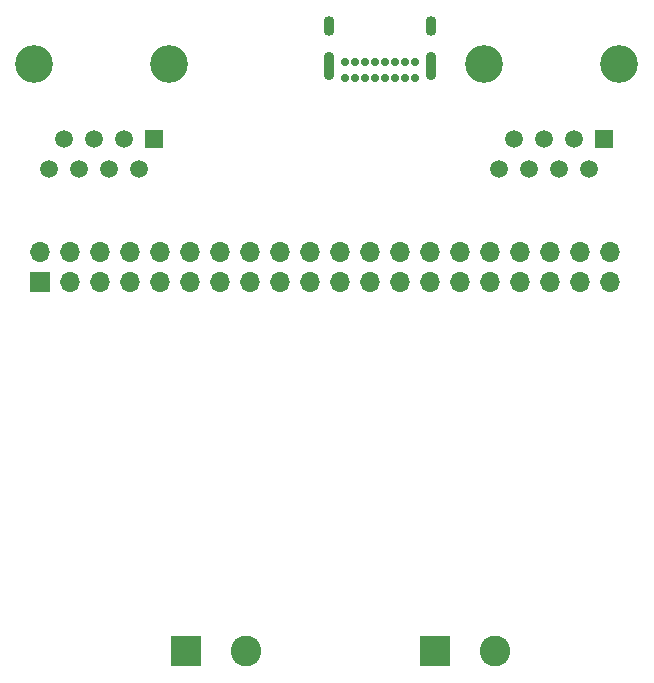
<source format=gbs>
%TF.GenerationSoftware,KiCad,Pcbnew,8.0.4*%
%TF.CreationDate,2024-08-23T02:19:48+01:00*%
%TF.ProjectId,PicoChainZero,5069636f-4368-4616-996e-5a65726f2e6b,v1.1*%
%TF.SameCoordinates,Original*%
%TF.FileFunction,Soldermask,Bot*%
%TF.FilePolarity,Negative*%
%FSLAX46Y46*%
G04 Gerber Fmt 4.6, Leading zero omitted, Abs format (unit mm)*
G04 Created by KiCad (PCBNEW 8.0.4) date 2024-08-23 02:19:48*
%MOMM*%
%LPD*%
G01*
G04 APERTURE LIST*
%ADD10R,2.600000X2.600000*%
%ADD11C,2.600000*%
%ADD12C,3.200000*%
%ADD13R,1.500000X1.500000*%
%ADD14C,1.500000*%
%ADD15R,1.700000X1.700000*%
%ADD16O,1.700000X1.700000*%
%ADD17C,0.700000*%
%ADD18O,0.900000X2.400000*%
%ADD19O,0.900000X1.700000*%
G04 APERTURE END LIST*
D10*
%TO.C,J6*%
X117455000Y-94765000D03*
D11*
X122535000Y-94765000D03*
%TD*%
D12*
%TO.C,J1*%
X116014500Y-45046000D03*
X104584500Y-45046000D03*
D13*
X114744500Y-51396000D03*
D14*
X113474500Y-53936000D03*
X112204500Y-51396000D03*
X110934500Y-53936000D03*
X109664500Y-51396000D03*
X108394500Y-53936000D03*
X107124500Y-51396000D03*
X105854500Y-53936000D03*
%TD*%
D15*
%TO.C,J5*%
X105077000Y-63472000D03*
D16*
X105077000Y-60932000D03*
X107617000Y-63472000D03*
X107617000Y-60932000D03*
X110157000Y-63472000D03*
X110157000Y-60932000D03*
X112697000Y-63472000D03*
X112697000Y-60932000D03*
X115237000Y-63472000D03*
X115237000Y-60932000D03*
X117777000Y-63472000D03*
X117777000Y-60932000D03*
X120317000Y-63472000D03*
X120317000Y-60932000D03*
X122857000Y-63472000D03*
X122857000Y-60932000D03*
X125397000Y-63472000D03*
X125397000Y-60932000D03*
X127937000Y-63472000D03*
X127937000Y-60932000D03*
X130477000Y-63472000D03*
X130477000Y-60932000D03*
X133017000Y-63472000D03*
X133017000Y-60932000D03*
X135557000Y-63472000D03*
X135557000Y-60932000D03*
X138097000Y-63472000D03*
X138097000Y-60932000D03*
X140637000Y-63472000D03*
X140637000Y-60932000D03*
X143177000Y-63472000D03*
X143177000Y-60932000D03*
X145717000Y-63472000D03*
X145717000Y-60932000D03*
X148257000Y-63472000D03*
X148257000Y-60932000D03*
X150797000Y-63472000D03*
X150797000Y-60932000D03*
X153337000Y-63472000D03*
X153337000Y-60932000D03*
%TD*%
D10*
%TO.C,J4*%
X138455000Y-94765000D03*
D11*
X143535000Y-94765000D03*
%TD*%
D17*
%TO.C,J7*%
X136789000Y-46189000D03*
X135939000Y-46189000D03*
X135089000Y-46189000D03*
X134239000Y-46189000D03*
X133389000Y-46189000D03*
X132539000Y-46189000D03*
X131689000Y-46189000D03*
X130839000Y-46189000D03*
X130839000Y-44839000D03*
X131689000Y-44839000D03*
X132539000Y-44839000D03*
X133389000Y-44839000D03*
X134239000Y-44839000D03*
X135089000Y-44839000D03*
X135939000Y-44839000D03*
X136789000Y-44839000D03*
D18*
X138139000Y-45209000D03*
D19*
X138139000Y-41829000D03*
D18*
X129489000Y-45209000D03*
D19*
X129489000Y-41829000D03*
%TD*%
D12*
%TO.C,J2*%
X154114500Y-45046000D03*
X142684500Y-45046000D03*
D13*
X152844500Y-51396000D03*
D14*
X151574500Y-53936000D03*
X150304500Y-51396000D03*
X149034500Y-53936000D03*
X147764500Y-51396000D03*
X146494500Y-53936000D03*
X145224500Y-51396000D03*
X143954500Y-53936000D03*
%TD*%
M02*

</source>
